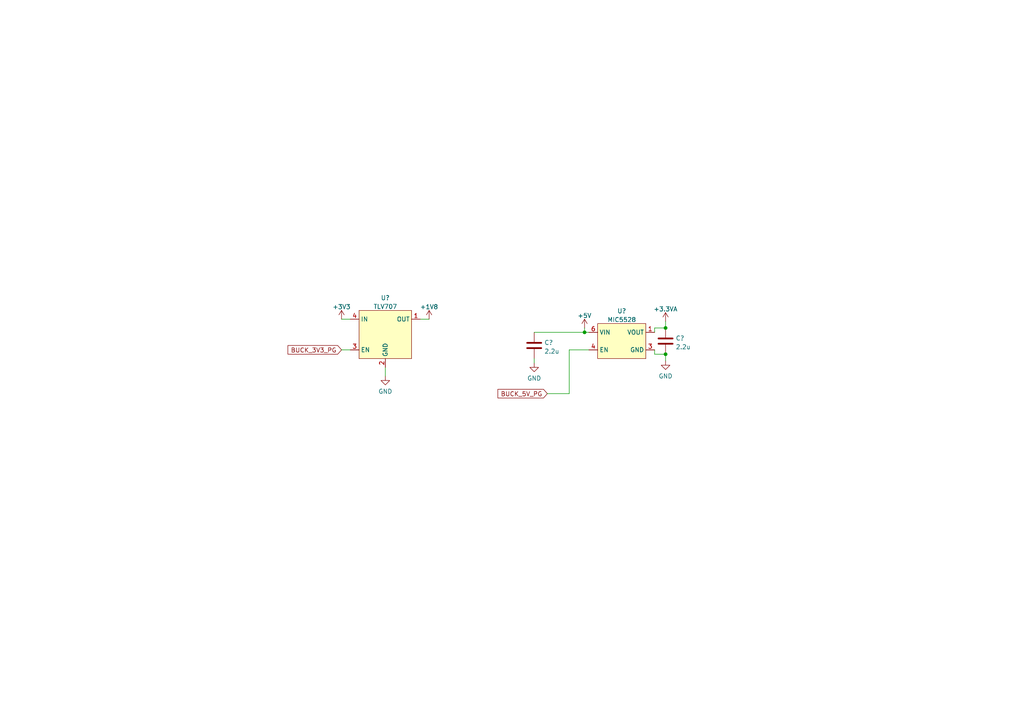
<source format=kicad_sch>
(kicad_sch (version 20211123) (generator eeschema)
  (paper "A4")
  (title_block (title "1V8 LDO & 3V3 AO Rails") (date "2022-09-18") (rev "1.0"))
  (lib_symbols
    (symbol "Device:C" (pin_numbers hide) (pin_names (offset 0.254))
      (property "Reference" "C" (at 0.635 2.54 0))
      (property "Value" "C" (at 0.635 -2.54 0))
      (symbol "C_0_1"
        (polyline (pts (xy -2.032 -0.762) (xy 2.032 -0.762)) (stroke (width 0.508)))
        (polyline (pts (xy -2.032 0.762) (xy 2.032 0.762)) (stroke (width 0.508)))
      )
      (symbol "C_1_1"
        (pin passive line (at 0 3.81 270) (length 2.794) (name "~") (number "1"))
        (pin passive line (at 0 -3.81 90) (length 2.794) (name "~") (number "2"))
      )
    )
    (symbol "Voltage_Regulators_Linear:MIC5528"
      (property "Reference" "U" (at 0 5.08 0))
      (property "Value" "MIC5528" (at 0 2.54 0))
      (symbol "MIC5528_0_1"
        (rectangle (start -6.35 0) (end 7.62 -10.16) (stroke (width 0.1524)) (fill (type background)))
      )
      (symbol "MIC5528_1_1"
        (pin input line (at 10.16 -2.54 180) (length 2.54) (name "VOUT") (number "1"))
        (pin input line (at 10.16 -5.08 180) (length 2.54) hide (name "VOUT") (number "2"))
        (pin input line (at 10.16 -7.62 180) (length 2.54) (name "GND") (number "3"))
        (pin input line (at -8.89 -7.62 0) (length 2.54) (name "EN") (number "4"))
        (pin no_connect line (at -8.89 -5.08 0) (length 2.54) hide (name "NC") (number "5"))
        (pin input line (at -8.89 -2.54 0) (length 2.54) (name "VIN") (number "6"))
      )
    )
    (symbol "Voltage_Regulators_Linear:TLV707"
      (property "Reference" "U?" (at 0 2.379 0))
      (property "Value" "TLV707" (at 0 -0.1579 0))
      (symbol "TLV707_0_1"
        (rectangle (start -7.62 -1.27) (end 7.62 -15.24) (stroke (width 0.1524)) (fill (type background)))
      )
      (symbol "TLV707_1_1"
        (pin input line (at 10.16 -3.81 180) (length 2.54) (name "OUT") (number "1"))
        (pin input line (at 0 -17.78 90) (length 2.54) (name "GND") (number "2"))
        (pin input line (at -10.16 -12.7 0) (length 2.54) (name "EN") (number "3"))
        (pin input line (at -10.16 -3.81 0) (length 2.54) (name "IN") (number "4"))
      )
    )
    (symbol "power:+1V8" (power) (pin_names (offset 0))
      (property "Value" "+1V8" (at 0 3.556 0))
      (symbol "+1V8_0_1"
        (polyline (pts (xy -0.762 1.27) (xy 0 2.54)))
        (polyline (pts (xy 0 0) (xy 0 2.54)))
        (polyline (pts (xy 0 2.54) (xy 0.762 1.27)))
      )
      (symbol "+1V8_1_1"
        (pin power_in line (at 0 0 90) (length 0) hide (name "+1V8") (number "1"))
      )
    )
    (symbol "power:+3.3V" (power) (pin_names (offset 0))
      (property "Value" "+3.3V" (at 0 3.556 0))
      (symbol "+3.3V_0_1"
        (polyline (pts (xy -0.762 1.27) (xy 0 2.54)))
        (polyline (pts (xy 0 0) (xy 0 2.54)))
        (polyline (pts (xy 0 2.54) (xy 0.762 1.27)))
      )
      (symbol "+3.3V_1_1"
        (pin power_in line (at 0 0 90) (length 0) hide (name "+3V3") (number "1"))
      )
    )
    (symbol "power:+3.3VA" (power) (pin_names (offset 0))
      (property "Value" "+3.3VA" (at 0 3.556 0))
      (symbol "+3.3VA_0_1"
        (polyline (pts (xy -0.762 1.27) (xy 0 2.54)))
        (polyline (pts (xy 0 0) (xy 0 2.54)))
        (polyline (pts (xy 0 2.54) (xy 0.762 1.27)))
      )
      (symbol "+3.3VA_1_1"
        (pin power_in line (at 0 0 90) (length 0) hide (name "+3.3VA") (number "1"))
      )
    )
    (symbol "power:+5V" (power) (pin_names (offset 0))
      (property "Value" "+5V" (at 0 3.556 0))
      (symbol "+5V_0_1"
        (polyline (pts (xy -0.762 1.27) (xy 0 2.54)))
        (polyline (pts (xy 0 0) (xy 0 2.54)))
        (polyline (pts (xy 0 2.54) (xy 0.762 1.27)))
      )
      (symbol "+5V_1_1"
        (pin power_in line (at 0 0 90) (length 0) hide (name "+5V") (number "1"))
      )
    )
    (symbol "power:GND" (power) (pin_names (offset 0))
      (property "Value" "GND" (at 0 -3.81 0))
      (symbol "GND_0_1"
        (polyline (pts (xy 0 0) (xy 0 -1.27) (xy 1.27 -1.27) (xy 0 -2.54) (xy -1.27 -1.27) (xy 0 -1.27)))
      )
      (symbol "GND_1_1"
        (pin power_in line (at 0 0 270) (length 0) hide (name "GND") (number "1"))
      )
    )
  )
  (junction (at 193.04 102.743))
  (junction (at 169.545 96.393))
  (junction (at 193.04 95.123))
  (wire (pts (xy 99.06 101.473) (xy 101.6 101.473)))
  (wire (pts (xy 121.92 92.583) (xy 124.46 92.583)))
  (wire (pts (xy 189.865 95.123) (xy 193.04 95.123)))
  (wire (pts (xy 189.865 101.473) (xy 189.865 102.743)))
  (wire (pts (xy 165.1 114.173) (xy 165.1 101.473)))
  (wire (pts (xy 154.94 96.393) (xy 169.545 96.393)))
  (wire (pts (xy 158.75 114.173) (xy 165.1 114.173)))
  (wire (pts (xy 189.865 96.393) (xy 189.865 95.123)))
  (wire (pts (xy 99.06 92.583) (xy 101.6 92.583)))
  (wire (pts (xy 169.545 95.123) (xy 169.545 96.393)))
  (wire (pts (xy 193.04 93.218) (xy 193.04 95.123)))
  (wire (pts (xy 111.76 106.553) (xy 111.76 109.093)))
  (wire (pts (xy 169.545 96.393) (xy 170.815 96.393)))
  (wire (pts (xy 189.865 102.743) (xy 193.04 102.743)))
  (wire (pts (xy 165.1 101.473) (xy 170.815 101.473)))
  (wire (pts (xy 193.04 102.743) (xy 193.04 104.648)))
  (wire (pts (xy 154.94 104.013) (xy 154.94 105.283)))
  (global_label "BUCK_5V_PG" (shape input) (at 158.75 114.173 180) (property "Intersheet References" "${INTERSHEET_REFS}" (effects hide)))
  (global_label "BUCK_3V3_PG" (shape input) (at 99.06 101.473 180) (property "Intersheet References" "${INTERSHEET_REFS}" (effects hide)))
  (symbol (lib_id "Device:C") (at 154.94 100.203 0) (unit 1)
    (property "Reference" "C?" (at 157.861 99.3683 0) (effects (justify left)))
    (property "Value" "2.2u" (at 157.861 101.9052 0) (effects (justify left)))
  )
  (symbol (lib_id "power:+5V") (at 169.545 95.123 0) (unit 1)
    (property "Reference" "#PWR?" (effects hide))
    (property "Value" "+5V" (at 169.545 91.5472 0))
  )
  (symbol (lib_id "Voltage_Regulators_Linear:MIC5528") (at 179.705 93.853 0) (unit 1)
    (property "Reference" "U?" (at 180.34 90.204 0))
    (property "Value" "MIC5528" (at 180.34 92.7409 0))
  )
  (symbol (lib_id "power:+1V8") (at 124.46 92.583 0) (unit 1)
    (property "Reference" "#PWR?" (effects hide))
    (property "Value" "+1V8" (at 124.46 89.0072 0))
  )
  (symbol (lib_id "power:GND") (at 193.04 104.648 0) (unit 1)
    (property "Reference" "#PWR?" (effects hide))
    (property "Value" "GND" (at 193.04 109.0914 0))
  )
  (symbol (lib_id "Voltage_Regulators_Linear:TLV707") (at 111.76 88.773 0) (unit 1)
    (property "Reference" "U?" (at 111.76 86.394 0))
    (property "Value" "TLV707" (at 111.76 88.9309 0))
    (property "Datasheet" "https://www.ti.com/lit/ds/symlink/tlv707.pdf" (effects hide))
  )
  (symbol (lib_id "Device:C") (at 193.04 98.933 0) (unit 1)
    (property "Reference" "C?" (at 195.961 98.0983 0) (effects (justify left)))
    (property "Value" "2.2u" (at 195.961 100.6352 0) (effects (justify left)))
  )
  (symbol (lib_id "power:+3.3VA") (at 193.04 93.218 0) (unit 1)
    (property "Reference" "#PWR?" (effects hide))
    (property "Value" "+3.3VA" (at 193.04 89.6422 0))
  )
  (symbol (lib_id "power:+3.3V") (at 99.06 92.583 0) (unit 1)
    (property "Reference" "#PWR?" (effects hide))
    (property "Value" "+3.3V" (at 99.06 89.0072 0))
  )
  (symbol (lib_id "power:GND") (at 111.76 109.093 0) (unit 1)
    (property "Reference" "#PWR?" (effects hide))
    (property "Value" "GND" (at 111.76 113.5364 0))
  )
  (symbol (lib_id "power:GND") (at 154.94 105.283 0) (unit 1)
    (property "Reference" "#PWR?" (effects hide))
    (property "Value" "GND" (at 154.94 109.7264 0))
  )
)
</source>
